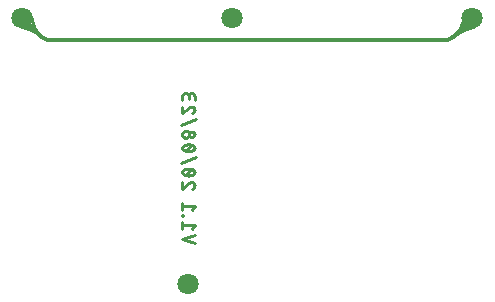
<source format=gbr>
G04 EAGLE Gerber RS-274X export*
G75*
%MOMM*%
%FSLAX34Y34*%
%LPD*%
%INBottom Copper*%
%IPPOS*%
%AMOC8*
5,1,8,0,0,1.08239X$1,22.5*%
G01*
%ADD10C,0.228600*%
%ADD11C,1.800000*%
%ADD12C,0.304800*%
%ADD13C,0.254000*%


D10*
X171101Y38220D02*
X160687Y41691D01*
X171101Y45163D01*
X168787Y50229D02*
X171101Y53121D01*
X160687Y53121D01*
X160687Y50229D02*
X160687Y56014D01*
X160687Y60833D02*
X161265Y60833D01*
X161265Y61412D01*
X160687Y61412D01*
X160687Y60833D01*
X168787Y66231D02*
X171101Y69123D01*
X160687Y69123D01*
X160687Y66231D02*
X160687Y72016D01*
X171101Y86939D02*
X171099Y87039D01*
X171093Y87138D01*
X171084Y87238D01*
X171070Y87336D01*
X171053Y87435D01*
X171033Y87532D01*
X171008Y87629D01*
X170980Y87725D01*
X170948Y87819D01*
X170912Y87912D01*
X170873Y88004D01*
X170831Y88094D01*
X170785Y88183D01*
X170735Y88270D01*
X170683Y88354D01*
X170627Y88437D01*
X170568Y88518D01*
X170506Y88596D01*
X170441Y88672D01*
X170373Y88745D01*
X170303Y88815D01*
X170230Y88883D01*
X170154Y88948D01*
X170076Y89010D01*
X169995Y89069D01*
X169912Y89125D01*
X169828Y89177D01*
X169741Y89227D01*
X169652Y89273D01*
X169562Y89315D01*
X169470Y89354D01*
X169377Y89390D01*
X169283Y89422D01*
X169187Y89450D01*
X169090Y89475D01*
X168993Y89495D01*
X168894Y89512D01*
X168796Y89526D01*
X168696Y89535D01*
X168597Y89541D01*
X168497Y89543D01*
X171101Y86939D02*
X171099Y86825D01*
X171093Y86712D01*
X171084Y86599D01*
X171070Y86486D01*
X171053Y86373D01*
X171032Y86262D01*
X171007Y86151D01*
X170978Y86041D01*
X170946Y85932D01*
X170910Y85824D01*
X170870Y85717D01*
X170827Y85612D01*
X170780Y85509D01*
X170729Y85407D01*
X170676Y85307D01*
X170618Y85208D01*
X170558Y85112D01*
X170494Y85018D01*
X170427Y84926D01*
X170357Y84836D01*
X170284Y84749D01*
X170209Y84664D01*
X170130Y84582D01*
X170048Y84503D01*
X169964Y84427D01*
X169878Y84353D01*
X169789Y84282D01*
X169697Y84215D01*
X169603Y84150D01*
X169508Y84089D01*
X169410Y84031D01*
X169310Y83977D01*
X169208Y83926D01*
X169105Y83878D01*
X169000Y83834D01*
X168894Y83794D01*
X168787Y83757D01*
X166472Y88675D02*
X166544Y88748D01*
X166619Y88819D01*
X166697Y88886D01*
X166777Y88951D01*
X166859Y89013D01*
X166943Y89072D01*
X167030Y89127D01*
X167119Y89180D01*
X167209Y89229D01*
X167301Y89275D01*
X167395Y89317D01*
X167491Y89356D01*
X167587Y89391D01*
X167685Y89423D01*
X167784Y89451D01*
X167884Y89475D01*
X167985Y89496D01*
X168087Y89513D01*
X168189Y89526D01*
X168291Y89535D01*
X168394Y89541D01*
X168497Y89543D01*
X166472Y88674D02*
X160687Y83757D01*
X160687Y89542D01*
X165894Y95186D02*
X166099Y95188D01*
X166304Y95196D01*
X166508Y95208D01*
X166712Y95225D01*
X166916Y95247D01*
X167119Y95274D01*
X167322Y95306D01*
X167523Y95342D01*
X167724Y95383D01*
X167923Y95429D01*
X168122Y95480D01*
X168319Y95536D01*
X168515Y95596D01*
X168709Y95661D01*
X168902Y95730D01*
X169093Y95804D01*
X169282Y95883D01*
X169469Y95966D01*
X169655Y96054D01*
X169654Y96054D02*
X169740Y96085D01*
X169825Y96120D01*
X169908Y96159D01*
X169989Y96202D01*
X170068Y96247D01*
X170146Y96296D01*
X170221Y96349D01*
X170294Y96404D01*
X170364Y96463D01*
X170432Y96524D01*
X170497Y96589D01*
X170559Y96656D01*
X170619Y96725D01*
X170675Y96798D01*
X170728Y96872D01*
X170778Y96949D01*
X170825Y97028D01*
X170868Y97108D01*
X170908Y97191D01*
X170944Y97275D01*
X170977Y97361D01*
X171006Y97447D01*
X171031Y97536D01*
X171052Y97625D01*
X171070Y97714D01*
X171083Y97805D01*
X171093Y97896D01*
X171099Y97987D01*
X171101Y98079D01*
X171099Y98171D01*
X171093Y98262D01*
X171083Y98353D01*
X171070Y98444D01*
X171052Y98533D01*
X171031Y98622D01*
X171006Y98711D01*
X170977Y98797D01*
X170944Y98883D01*
X170908Y98967D01*
X170868Y99050D01*
X170825Y99130D01*
X170778Y99209D01*
X170728Y99286D01*
X170675Y99360D01*
X170619Y99433D01*
X170559Y99502D01*
X170497Y99569D01*
X170432Y99634D01*
X170364Y99695D01*
X170294Y99754D01*
X170221Y99809D01*
X170146Y99862D01*
X170068Y99911D01*
X169989Y99956D01*
X169908Y99999D01*
X169825Y100038D01*
X169740Y100073D01*
X169654Y100104D01*
X169655Y100104D02*
X169469Y100192D01*
X169282Y100275D01*
X169093Y100354D01*
X168902Y100428D01*
X168709Y100497D01*
X168515Y100562D01*
X168319Y100622D01*
X168122Y100678D01*
X167923Y100729D01*
X167724Y100775D01*
X167523Y100816D01*
X167322Y100852D01*
X167119Y100884D01*
X166916Y100911D01*
X166712Y100933D01*
X166508Y100950D01*
X166304Y100962D01*
X166099Y100970D01*
X165894Y100972D01*
X165894Y95187D02*
X165689Y95189D01*
X165484Y95197D01*
X165280Y95209D01*
X165076Y95226D01*
X164872Y95248D01*
X164669Y95275D01*
X164467Y95307D01*
X164265Y95343D01*
X164064Y95384D01*
X163865Y95430D01*
X163666Y95481D01*
X163469Y95537D01*
X163273Y95597D01*
X163079Y95662D01*
X162886Y95731D01*
X162695Y95805D01*
X162506Y95884D01*
X162319Y95967D01*
X162133Y96055D01*
X162133Y96054D02*
X162047Y96085D01*
X161962Y96120D01*
X161879Y96159D01*
X161798Y96202D01*
X161719Y96247D01*
X161641Y96296D01*
X161566Y96349D01*
X161493Y96404D01*
X161423Y96463D01*
X161355Y96524D01*
X161290Y96589D01*
X161228Y96656D01*
X161168Y96725D01*
X161112Y96798D01*
X161059Y96872D01*
X161009Y96949D01*
X160962Y97028D01*
X160919Y97108D01*
X160879Y97191D01*
X160843Y97275D01*
X160810Y97361D01*
X160781Y97447D01*
X160756Y97536D01*
X160735Y97625D01*
X160717Y97714D01*
X160704Y97805D01*
X160694Y97896D01*
X160688Y97987D01*
X160686Y98079D01*
X162133Y100104D02*
X162319Y100192D01*
X162506Y100275D01*
X162695Y100354D01*
X162886Y100428D01*
X163079Y100497D01*
X163273Y100562D01*
X163469Y100622D01*
X163666Y100678D01*
X163865Y100729D01*
X164064Y100775D01*
X164265Y100816D01*
X164467Y100852D01*
X164669Y100884D01*
X164872Y100911D01*
X165076Y100933D01*
X165280Y100950D01*
X165484Y100962D01*
X165689Y100970D01*
X165894Y100972D01*
X162133Y100104D02*
X162047Y100073D01*
X161962Y100038D01*
X161879Y99999D01*
X161798Y99956D01*
X161719Y99911D01*
X161641Y99862D01*
X161566Y99809D01*
X161493Y99754D01*
X161423Y99695D01*
X161355Y99634D01*
X161290Y99569D01*
X161228Y99502D01*
X161168Y99433D01*
X161112Y99360D01*
X161059Y99286D01*
X161009Y99209D01*
X160962Y99130D01*
X160919Y99050D01*
X160879Y98967D01*
X160843Y98883D01*
X160810Y98797D01*
X160781Y98711D01*
X160756Y98622D01*
X160735Y98533D01*
X160717Y98444D01*
X160704Y98353D01*
X160694Y98262D01*
X160688Y98171D01*
X160686Y98079D01*
X163001Y95765D02*
X168787Y100394D01*
X159530Y106052D02*
X172258Y110680D01*
X169655Y116628D02*
X169469Y116540D01*
X169282Y116457D01*
X169093Y116378D01*
X168902Y116304D01*
X168709Y116235D01*
X168515Y116170D01*
X168319Y116110D01*
X168122Y116054D01*
X167923Y116003D01*
X167724Y115957D01*
X167523Y115916D01*
X167322Y115880D01*
X167119Y115848D01*
X166916Y115821D01*
X166712Y115799D01*
X166508Y115782D01*
X166304Y115770D01*
X166099Y115762D01*
X165894Y115760D01*
X169654Y116628D02*
X169740Y116659D01*
X169825Y116694D01*
X169908Y116733D01*
X169989Y116776D01*
X170068Y116821D01*
X170146Y116870D01*
X170221Y116923D01*
X170294Y116978D01*
X170364Y117037D01*
X170432Y117098D01*
X170497Y117163D01*
X170559Y117230D01*
X170619Y117299D01*
X170675Y117372D01*
X170728Y117446D01*
X170778Y117523D01*
X170825Y117602D01*
X170868Y117682D01*
X170908Y117765D01*
X170944Y117849D01*
X170977Y117935D01*
X171006Y118021D01*
X171031Y118110D01*
X171052Y118199D01*
X171070Y118288D01*
X171083Y118379D01*
X171093Y118470D01*
X171099Y118561D01*
X171101Y118653D01*
X171099Y118745D01*
X171093Y118836D01*
X171083Y118927D01*
X171070Y119018D01*
X171052Y119107D01*
X171031Y119196D01*
X171006Y119285D01*
X170977Y119371D01*
X170944Y119457D01*
X170908Y119541D01*
X170868Y119624D01*
X170825Y119704D01*
X170778Y119783D01*
X170728Y119860D01*
X170675Y119934D01*
X170619Y120007D01*
X170559Y120076D01*
X170497Y120143D01*
X170432Y120208D01*
X170364Y120269D01*
X170294Y120328D01*
X170221Y120383D01*
X170146Y120436D01*
X170068Y120485D01*
X169989Y120530D01*
X169908Y120573D01*
X169825Y120612D01*
X169740Y120647D01*
X169654Y120678D01*
X169655Y120678D02*
X169469Y120766D01*
X169282Y120849D01*
X169093Y120928D01*
X168902Y121002D01*
X168709Y121071D01*
X168515Y121136D01*
X168319Y121196D01*
X168122Y121252D01*
X167923Y121303D01*
X167724Y121349D01*
X167523Y121390D01*
X167322Y121426D01*
X167119Y121458D01*
X166916Y121485D01*
X166712Y121507D01*
X166508Y121524D01*
X166304Y121536D01*
X166099Y121544D01*
X165894Y121546D01*
X165894Y115761D02*
X165689Y115763D01*
X165484Y115771D01*
X165280Y115783D01*
X165076Y115800D01*
X164872Y115822D01*
X164669Y115849D01*
X164467Y115881D01*
X164265Y115917D01*
X164064Y115958D01*
X163865Y116004D01*
X163666Y116055D01*
X163469Y116111D01*
X163273Y116171D01*
X163079Y116236D01*
X162886Y116305D01*
X162695Y116379D01*
X162506Y116458D01*
X162319Y116541D01*
X162133Y116629D01*
X162133Y116628D02*
X162047Y116659D01*
X161962Y116694D01*
X161879Y116733D01*
X161798Y116776D01*
X161719Y116821D01*
X161641Y116870D01*
X161566Y116923D01*
X161493Y116978D01*
X161423Y117037D01*
X161355Y117098D01*
X161290Y117163D01*
X161228Y117230D01*
X161168Y117299D01*
X161112Y117372D01*
X161059Y117446D01*
X161009Y117523D01*
X160962Y117602D01*
X160919Y117682D01*
X160879Y117765D01*
X160843Y117849D01*
X160810Y117935D01*
X160781Y118021D01*
X160756Y118110D01*
X160735Y118199D01*
X160717Y118288D01*
X160704Y118379D01*
X160694Y118470D01*
X160688Y118561D01*
X160686Y118653D01*
X162133Y120678D02*
X162319Y120766D01*
X162506Y120849D01*
X162695Y120928D01*
X162886Y121002D01*
X163079Y121071D01*
X163273Y121136D01*
X163469Y121196D01*
X163666Y121252D01*
X163865Y121303D01*
X164064Y121349D01*
X164265Y121390D01*
X164467Y121426D01*
X164669Y121458D01*
X164872Y121485D01*
X165076Y121507D01*
X165280Y121524D01*
X165484Y121536D01*
X165689Y121544D01*
X165894Y121546D01*
X162133Y120678D02*
X162047Y120647D01*
X161962Y120612D01*
X161879Y120573D01*
X161798Y120530D01*
X161719Y120485D01*
X161641Y120436D01*
X161566Y120383D01*
X161493Y120328D01*
X161423Y120269D01*
X161355Y120208D01*
X161290Y120143D01*
X161228Y120076D01*
X161168Y120007D01*
X161112Y119934D01*
X161059Y119860D01*
X161009Y119783D01*
X160962Y119704D01*
X160919Y119624D01*
X160879Y119541D01*
X160843Y119457D01*
X160810Y119371D01*
X160781Y119285D01*
X160756Y119196D01*
X160735Y119107D01*
X160717Y119018D01*
X160704Y118927D01*
X160694Y118836D01*
X160688Y118745D01*
X160686Y118653D01*
X163001Y116339D02*
X168787Y120967D01*
X163580Y127190D02*
X163687Y127192D01*
X163794Y127198D01*
X163900Y127208D01*
X164006Y127222D01*
X164112Y127239D01*
X164216Y127261D01*
X164320Y127286D01*
X164423Y127316D01*
X164525Y127349D01*
X164625Y127385D01*
X164724Y127426D01*
X164821Y127470D01*
X164917Y127518D01*
X165011Y127569D01*
X165103Y127623D01*
X165193Y127681D01*
X165280Y127743D01*
X165366Y127807D01*
X165449Y127874D01*
X165529Y127945D01*
X165607Y128019D01*
X165682Y128095D01*
X165754Y128174D01*
X165823Y128255D01*
X165889Y128340D01*
X165952Y128426D01*
X166011Y128515D01*
X166067Y128606D01*
X166120Y128699D01*
X166170Y128793D01*
X166216Y128890D01*
X166258Y128988D01*
X166296Y129088D01*
X166331Y129189D01*
X166363Y129291D01*
X166390Y129395D01*
X166413Y129499D01*
X166433Y129604D01*
X166449Y129710D01*
X166461Y129816D01*
X166469Y129923D01*
X166473Y130030D01*
X166473Y130136D01*
X166469Y130243D01*
X166461Y130350D01*
X166449Y130456D01*
X166433Y130562D01*
X166413Y130667D01*
X166390Y130771D01*
X166363Y130875D01*
X166331Y130977D01*
X166296Y131078D01*
X166258Y131178D01*
X166216Y131276D01*
X166170Y131373D01*
X166120Y131467D01*
X166067Y131560D01*
X166011Y131651D01*
X165952Y131740D01*
X165889Y131826D01*
X165823Y131911D01*
X165754Y131992D01*
X165682Y132071D01*
X165607Y132147D01*
X165529Y132221D01*
X165449Y132292D01*
X165366Y132359D01*
X165280Y132423D01*
X165193Y132485D01*
X165103Y132543D01*
X165011Y132597D01*
X164917Y132648D01*
X164821Y132696D01*
X164724Y132740D01*
X164625Y132781D01*
X164525Y132817D01*
X164423Y132850D01*
X164320Y132880D01*
X164216Y132905D01*
X164112Y132927D01*
X164006Y132944D01*
X163900Y132958D01*
X163794Y132968D01*
X163687Y132974D01*
X163580Y132976D01*
X163473Y132974D01*
X163366Y132968D01*
X163260Y132958D01*
X163154Y132944D01*
X163048Y132927D01*
X162944Y132905D01*
X162840Y132880D01*
X162737Y132850D01*
X162635Y132817D01*
X162535Y132781D01*
X162436Y132740D01*
X162339Y132696D01*
X162243Y132648D01*
X162149Y132597D01*
X162057Y132543D01*
X161967Y132485D01*
X161880Y132423D01*
X161794Y132359D01*
X161711Y132292D01*
X161631Y132221D01*
X161553Y132147D01*
X161478Y132071D01*
X161406Y131992D01*
X161337Y131911D01*
X161271Y131826D01*
X161208Y131740D01*
X161149Y131651D01*
X161093Y131560D01*
X161040Y131467D01*
X160990Y131373D01*
X160944Y131276D01*
X160902Y131178D01*
X160864Y131078D01*
X160829Y130977D01*
X160797Y130875D01*
X160770Y130771D01*
X160747Y130667D01*
X160727Y130562D01*
X160711Y130456D01*
X160699Y130350D01*
X160691Y130243D01*
X160687Y130136D01*
X160687Y130030D01*
X160691Y129923D01*
X160699Y129816D01*
X160711Y129710D01*
X160727Y129604D01*
X160747Y129499D01*
X160770Y129395D01*
X160797Y129291D01*
X160829Y129189D01*
X160864Y129088D01*
X160902Y128988D01*
X160944Y128890D01*
X160990Y128793D01*
X161040Y128699D01*
X161093Y128606D01*
X161149Y128515D01*
X161208Y128426D01*
X161271Y128340D01*
X161337Y128255D01*
X161406Y128174D01*
X161478Y128095D01*
X161553Y128019D01*
X161631Y127945D01*
X161711Y127874D01*
X161794Y127807D01*
X161880Y127743D01*
X161967Y127681D01*
X162057Y127623D01*
X162149Y127569D01*
X162243Y127518D01*
X162339Y127470D01*
X162436Y127426D01*
X162535Y127385D01*
X162635Y127349D01*
X162737Y127316D01*
X162840Y127286D01*
X162944Y127261D01*
X163048Y127239D01*
X163154Y127222D01*
X163260Y127208D01*
X163366Y127198D01*
X163473Y127192D01*
X163580Y127190D01*
X168787Y127769D02*
X168881Y127771D01*
X168976Y127777D01*
X169070Y127786D01*
X169163Y127800D01*
X169256Y127817D01*
X169348Y127838D01*
X169439Y127863D01*
X169529Y127891D01*
X169618Y127923D01*
X169705Y127959D01*
X169791Y127998D01*
X169875Y128041D01*
X169958Y128087D01*
X170038Y128136D01*
X170116Y128189D01*
X170193Y128245D01*
X170266Y128304D01*
X170338Y128365D01*
X170406Y128430D01*
X170473Y128498D01*
X170536Y128568D01*
X170596Y128640D01*
X170654Y128715D01*
X170708Y128793D01*
X170759Y128872D01*
X170807Y128953D01*
X170851Y129037D01*
X170892Y129122D01*
X170929Y129208D01*
X170963Y129296D01*
X170994Y129386D01*
X171020Y129476D01*
X171043Y129568D01*
X171062Y129661D01*
X171077Y129754D01*
X171089Y129847D01*
X171097Y129941D01*
X171101Y130036D01*
X171101Y130130D01*
X171097Y130225D01*
X171089Y130319D01*
X171077Y130412D01*
X171062Y130505D01*
X171043Y130598D01*
X171020Y130690D01*
X170994Y130780D01*
X170963Y130870D01*
X170929Y130958D01*
X170892Y131044D01*
X170851Y131129D01*
X170807Y131213D01*
X170759Y131294D01*
X170708Y131373D01*
X170654Y131451D01*
X170596Y131526D01*
X170536Y131598D01*
X170473Y131668D01*
X170406Y131736D01*
X170338Y131801D01*
X170266Y131862D01*
X170193Y131921D01*
X170116Y131977D01*
X170038Y132030D01*
X169958Y132079D01*
X169875Y132125D01*
X169791Y132168D01*
X169705Y132207D01*
X169618Y132243D01*
X169529Y132275D01*
X169439Y132303D01*
X169348Y132328D01*
X169256Y132349D01*
X169163Y132366D01*
X169070Y132380D01*
X168976Y132389D01*
X168881Y132395D01*
X168787Y132397D01*
X168693Y132395D01*
X168598Y132389D01*
X168504Y132380D01*
X168411Y132366D01*
X168318Y132349D01*
X168226Y132328D01*
X168135Y132303D01*
X168045Y132275D01*
X167956Y132243D01*
X167869Y132207D01*
X167783Y132168D01*
X167699Y132125D01*
X167616Y132079D01*
X167536Y132030D01*
X167458Y131977D01*
X167381Y131921D01*
X167308Y131862D01*
X167236Y131801D01*
X167168Y131736D01*
X167101Y131668D01*
X167038Y131598D01*
X166978Y131526D01*
X166920Y131451D01*
X166866Y131373D01*
X166815Y131294D01*
X166767Y131213D01*
X166723Y131129D01*
X166682Y131044D01*
X166645Y130958D01*
X166611Y130870D01*
X166580Y130780D01*
X166554Y130690D01*
X166531Y130598D01*
X166512Y130505D01*
X166497Y130412D01*
X166485Y130319D01*
X166477Y130225D01*
X166473Y130130D01*
X166473Y130036D01*
X166477Y129941D01*
X166485Y129847D01*
X166497Y129754D01*
X166512Y129661D01*
X166531Y129568D01*
X166554Y129476D01*
X166580Y129386D01*
X166611Y129296D01*
X166645Y129208D01*
X166682Y129122D01*
X166723Y129037D01*
X166767Y128953D01*
X166815Y128872D01*
X166866Y128793D01*
X166920Y128715D01*
X166978Y128640D01*
X167038Y128568D01*
X167101Y128498D01*
X167168Y128430D01*
X167236Y128365D01*
X167308Y128304D01*
X167381Y128245D01*
X167458Y128189D01*
X167536Y128136D01*
X167616Y128087D01*
X167699Y128041D01*
X167783Y127998D01*
X167869Y127959D01*
X167956Y127923D01*
X168045Y127891D01*
X168135Y127863D01*
X168226Y127838D01*
X168318Y127817D01*
X168411Y127800D01*
X168504Y127786D01*
X168598Y127777D01*
X168693Y127771D01*
X168787Y127769D01*
X159530Y138056D02*
X172258Y142684D01*
X171101Y150946D02*
X171099Y151046D01*
X171093Y151145D01*
X171084Y151245D01*
X171070Y151343D01*
X171053Y151442D01*
X171033Y151539D01*
X171008Y151636D01*
X170980Y151732D01*
X170948Y151826D01*
X170912Y151919D01*
X170873Y152011D01*
X170831Y152101D01*
X170785Y152190D01*
X170735Y152277D01*
X170683Y152361D01*
X170627Y152444D01*
X170568Y152525D01*
X170506Y152603D01*
X170441Y152679D01*
X170373Y152752D01*
X170303Y152822D01*
X170230Y152890D01*
X170154Y152955D01*
X170076Y153017D01*
X169995Y153076D01*
X169912Y153132D01*
X169828Y153184D01*
X169741Y153234D01*
X169652Y153280D01*
X169562Y153322D01*
X169470Y153361D01*
X169377Y153397D01*
X169283Y153429D01*
X169187Y153457D01*
X169090Y153482D01*
X168993Y153502D01*
X168894Y153519D01*
X168796Y153533D01*
X168696Y153542D01*
X168597Y153548D01*
X168497Y153550D01*
X171101Y150946D02*
X171099Y150832D01*
X171093Y150719D01*
X171084Y150606D01*
X171070Y150493D01*
X171053Y150380D01*
X171032Y150269D01*
X171007Y150158D01*
X170978Y150048D01*
X170946Y149939D01*
X170910Y149831D01*
X170870Y149724D01*
X170827Y149619D01*
X170780Y149516D01*
X170729Y149414D01*
X170676Y149314D01*
X170618Y149215D01*
X170558Y149119D01*
X170494Y149025D01*
X170427Y148933D01*
X170357Y148843D01*
X170284Y148756D01*
X170209Y148671D01*
X170130Y148589D01*
X170048Y148510D01*
X169964Y148434D01*
X169878Y148360D01*
X169789Y148289D01*
X169697Y148222D01*
X169603Y148157D01*
X169508Y148096D01*
X169410Y148038D01*
X169310Y147984D01*
X169208Y147933D01*
X169105Y147885D01*
X169000Y147841D01*
X168894Y147801D01*
X168787Y147764D01*
X166472Y152682D02*
X166544Y152755D01*
X166619Y152826D01*
X166697Y152893D01*
X166777Y152958D01*
X166859Y153020D01*
X166943Y153079D01*
X167030Y153134D01*
X167119Y153187D01*
X167209Y153236D01*
X167301Y153282D01*
X167395Y153324D01*
X167491Y153363D01*
X167587Y153398D01*
X167685Y153430D01*
X167784Y153458D01*
X167884Y153482D01*
X167985Y153503D01*
X168087Y153520D01*
X168189Y153533D01*
X168291Y153542D01*
X168394Y153548D01*
X168497Y153550D01*
X166472Y152682D02*
X160687Y147764D01*
X160687Y153550D01*
X160687Y159194D02*
X160687Y162087D01*
X160689Y162194D01*
X160695Y162301D01*
X160705Y162407D01*
X160719Y162513D01*
X160736Y162619D01*
X160758Y162723D01*
X160783Y162827D01*
X160813Y162930D01*
X160846Y163032D01*
X160882Y163132D01*
X160923Y163231D01*
X160967Y163328D01*
X161015Y163424D01*
X161066Y163518D01*
X161120Y163610D01*
X161178Y163700D01*
X161240Y163787D01*
X161304Y163873D01*
X161371Y163956D01*
X161442Y164036D01*
X161516Y164114D01*
X161592Y164189D01*
X161671Y164261D01*
X161752Y164330D01*
X161837Y164396D01*
X161923Y164459D01*
X162012Y164518D01*
X162103Y164574D01*
X162196Y164627D01*
X162290Y164677D01*
X162387Y164723D01*
X162485Y164765D01*
X162585Y164803D01*
X162686Y164838D01*
X162788Y164870D01*
X162892Y164897D01*
X162996Y164920D01*
X163101Y164940D01*
X163207Y164956D01*
X163313Y164968D01*
X163420Y164976D01*
X163527Y164980D01*
X163633Y164980D01*
X163740Y164976D01*
X163847Y164968D01*
X163953Y164956D01*
X164059Y164940D01*
X164164Y164920D01*
X164268Y164897D01*
X164372Y164870D01*
X164474Y164838D01*
X164575Y164803D01*
X164675Y164765D01*
X164773Y164723D01*
X164870Y164677D01*
X164964Y164627D01*
X165057Y164574D01*
X165148Y164518D01*
X165237Y164459D01*
X165323Y164396D01*
X165408Y164330D01*
X165489Y164261D01*
X165568Y164189D01*
X165644Y164114D01*
X165718Y164036D01*
X165789Y163956D01*
X165856Y163873D01*
X165920Y163787D01*
X165982Y163700D01*
X166040Y163610D01*
X166094Y163518D01*
X166145Y163424D01*
X166193Y163328D01*
X166237Y163231D01*
X166278Y163132D01*
X166314Y163032D01*
X166347Y162930D01*
X166377Y162827D01*
X166402Y162723D01*
X166424Y162619D01*
X166441Y162513D01*
X166455Y162407D01*
X166465Y162301D01*
X166471Y162194D01*
X166473Y162087D01*
X171101Y162666D02*
X171101Y159194D01*
X171101Y162666D02*
X171099Y162760D01*
X171093Y162855D01*
X171084Y162949D01*
X171070Y163042D01*
X171053Y163135D01*
X171032Y163227D01*
X171007Y163318D01*
X170979Y163408D01*
X170947Y163497D01*
X170911Y163584D01*
X170872Y163670D01*
X170829Y163754D01*
X170783Y163837D01*
X170734Y163917D01*
X170681Y163995D01*
X170625Y164072D01*
X170566Y164145D01*
X170505Y164217D01*
X170440Y164285D01*
X170372Y164352D01*
X170302Y164415D01*
X170230Y164475D01*
X170155Y164533D01*
X170077Y164587D01*
X169998Y164638D01*
X169917Y164686D01*
X169833Y164730D01*
X169748Y164771D01*
X169662Y164808D01*
X169574Y164842D01*
X169484Y164873D01*
X169394Y164899D01*
X169302Y164922D01*
X169209Y164941D01*
X169116Y164956D01*
X169023Y164968D01*
X168929Y164976D01*
X168834Y164980D01*
X168740Y164980D01*
X168645Y164976D01*
X168551Y164968D01*
X168458Y164956D01*
X168365Y164941D01*
X168272Y164922D01*
X168180Y164899D01*
X168090Y164873D01*
X168000Y164842D01*
X167912Y164808D01*
X167826Y164771D01*
X167741Y164730D01*
X167657Y164686D01*
X167576Y164638D01*
X167497Y164587D01*
X167419Y164533D01*
X167344Y164475D01*
X167272Y164415D01*
X167202Y164352D01*
X167134Y164285D01*
X167069Y164217D01*
X167008Y164145D01*
X166949Y164072D01*
X166893Y163995D01*
X166840Y163917D01*
X166791Y163837D01*
X166745Y163754D01*
X166702Y163670D01*
X166663Y163584D01*
X166627Y163497D01*
X166595Y163408D01*
X166567Y163318D01*
X166542Y163227D01*
X166521Y163135D01*
X166504Y163042D01*
X166490Y162949D01*
X166481Y162855D01*
X166475Y162760D01*
X166473Y162666D01*
X166472Y162666D02*
X166472Y160351D01*
D11*
X25400Y228600D03*
X406400Y228600D03*
D12*
X39688Y214313D02*
X25400Y228600D01*
X50800Y209550D02*
X381000Y209550D01*
X381376Y209555D01*
X381752Y209568D01*
X382128Y209592D01*
X382503Y209624D01*
X382877Y209665D01*
X383249Y209716D01*
X383621Y209776D01*
X383991Y209845D01*
X384359Y209922D01*
X384725Y210009D01*
X385089Y210105D01*
X385450Y210210D01*
X385809Y210324D01*
X386165Y210446D01*
X386517Y210577D01*
X386867Y210717D01*
X387212Y210865D01*
X387554Y211022D01*
X387893Y211187D01*
X388227Y211360D01*
X388556Y211542D01*
X388881Y211731D01*
X389202Y211928D01*
X389517Y212134D01*
X389827Y212346D01*
X390132Y212567D01*
X390431Y212795D01*
X390725Y213030D01*
X391013Y213272D01*
X391295Y213521D01*
X391571Y213777D01*
X391840Y214040D01*
X406400Y228600D01*
X50800Y209550D02*
X50435Y209554D01*
X50071Y209567D01*
X49706Y209589D01*
X49343Y209619D01*
X48980Y209658D01*
X48618Y209706D01*
X48258Y209762D01*
X47899Y209827D01*
X47541Y209900D01*
X47186Y209982D01*
X46832Y210072D01*
X46481Y210171D01*
X46132Y210278D01*
X45786Y210393D01*
X45443Y210517D01*
X45102Y210648D01*
X44765Y210788D01*
X44432Y210935D01*
X44102Y211091D01*
X43775Y211254D01*
X43453Y211425D01*
X43135Y211604D01*
X42821Y211790D01*
X42512Y211984D01*
X42207Y212184D01*
X41908Y212393D01*
X41613Y212608D01*
X41324Y212830D01*
X41040Y213059D01*
X40761Y213294D01*
X40488Y213537D01*
X40221Y213785D01*
X39960Y214040D01*
X39688Y214313D01*
D13*
X39687Y214312D02*
X39211Y214926D01*
X38750Y215551D01*
X38303Y216186D01*
X37872Y216832D01*
X37456Y217488D01*
X37056Y218154D01*
X36672Y218829D01*
X36305Y219513D01*
X35953Y220205D01*
X35618Y220906D01*
X35300Y221614D01*
X34999Y222330D01*
X34715Y223053D01*
X34448Y223782D01*
X34199Y224518D01*
X33967Y225259D01*
X33753Y226005D01*
X33557Y226757D01*
X33379Y227513D01*
X33218Y228273D01*
X33076Y229036D01*
X32952Y229803D01*
X32953Y229803D02*
X24197Y221047D01*
X24197Y221048D02*
X24964Y220924D01*
X25727Y220782D01*
X26487Y220621D01*
X27243Y220443D01*
X27995Y220247D01*
X28741Y220033D01*
X29482Y219801D01*
X30218Y219552D01*
X30947Y219285D01*
X31670Y219001D01*
X32386Y218700D01*
X33094Y218382D01*
X33795Y218047D01*
X34487Y217695D01*
X35171Y217328D01*
X35846Y216944D01*
X36512Y216544D01*
X37168Y216128D01*
X37814Y215697D01*
X38449Y215250D01*
X39074Y214789D01*
X39688Y214313D01*
X30163Y219869D02*
X34131Y223838D01*
X392113Y214312D02*
X392589Y214926D01*
X393050Y215551D01*
X393497Y216186D01*
X393928Y216832D01*
X394344Y217488D01*
X394744Y218154D01*
X395128Y218829D01*
X395495Y219513D01*
X395847Y220205D01*
X396182Y220906D01*
X396500Y221614D01*
X396801Y222330D01*
X397085Y223053D01*
X397352Y223782D01*
X397601Y224518D01*
X397833Y225259D01*
X398047Y226005D01*
X398243Y226757D01*
X398421Y227513D01*
X398582Y228273D01*
X398724Y229036D01*
X398848Y229803D01*
X398847Y229803D02*
X407603Y221047D01*
X407603Y221048D02*
X406836Y220924D01*
X406073Y220782D01*
X405313Y220621D01*
X404557Y220443D01*
X403805Y220247D01*
X403059Y220033D01*
X402318Y219801D01*
X401582Y219552D01*
X400853Y219285D01*
X400130Y219001D01*
X399414Y218700D01*
X398706Y218382D01*
X398005Y218047D01*
X397313Y217695D01*
X396629Y217328D01*
X395954Y216944D01*
X395288Y216544D01*
X394632Y216128D01*
X393986Y215697D01*
X393351Y215250D01*
X392726Y214789D01*
X392112Y214313D01*
X397669Y223838D02*
X401638Y219869D01*
D11*
X165894Y3175D03*
X203200Y228600D03*
M02*

</source>
